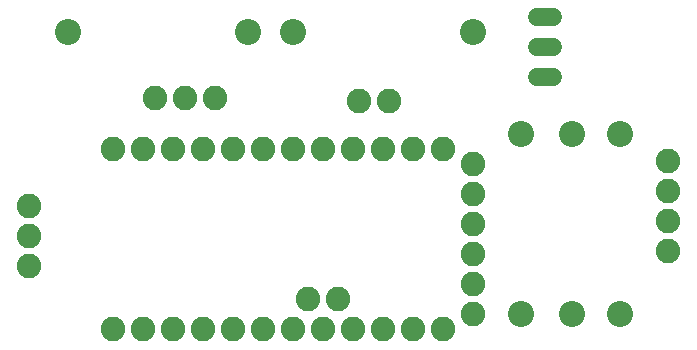
<source format=gbr>
G04 EAGLE Gerber RS-274X export*
G75*
%MOMM*%
%FSLAX34Y34*%
%LPD*%
%INSoldermask Top*%
%IPPOS*%
%AMOC8*
5,1,8,0,0,1.08239X$1,22.5*%
G01*
%ADD10C,2.082800*%
%ADD11C,2.203200*%
%ADD12C,1.524000*%


D10*
X101600Y177800D03*
X127000Y177800D03*
X152400Y177800D03*
X177800Y177800D03*
X203200Y177800D03*
X228600Y177800D03*
X254000Y177800D03*
X279400Y177800D03*
X304800Y177800D03*
X330200Y177800D03*
X355600Y177800D03*
X381000Y177800D03*
X381000Y25400D03*
X355600Y25400D03*
X330200Y25400D03*
X304800Y25400D03*
X279400Y25400D03*
X254000Y25400D03*
X228600Y25400D03*
X203200Y25400D03*
X177800Y25400D03*
X152400Y25400D03*
X127000Y25400D03*
X101600Y25400D03*
X406400Y38100D03*
X406400Y63500D03*
X406400Y88900D03*
X406400Y114300D03*
X406400Y139700D03*
X406400Y165100D03*
X187960Y220980D03*
X162560Y220980D03*
X137160Y220980D03*
X266700Y50800D03*
X292100Y50800D03*
X335280Y218440D03*
X309880Y218440D03*
X30480Y129540D03*
X30480Y104140D03*
X30480Y78740D03*
D11*
X406400Y276860D03*
X254000Y276860D03*
D12*
X460756Y289560D02*
X473964Y289560D01*
X473964Y238760D02*
X460756Y238760D01*
X460756Y264160D02*
X473964Y264160D01*
D11*
X63500Y276860D03*
X215900Y276860D03*
D10*
X571500Y167640D03*
X571500Y142240D03*
X571500Y116840D03*
X571500Y91440D03*
D11*
X447040Y38100D03*
X447040Y190500D03*
X490220Y190500D03*
X490220Y38100D03*
X530860Y190500D03*
X530860Y38100D03*
M02*

</source>
